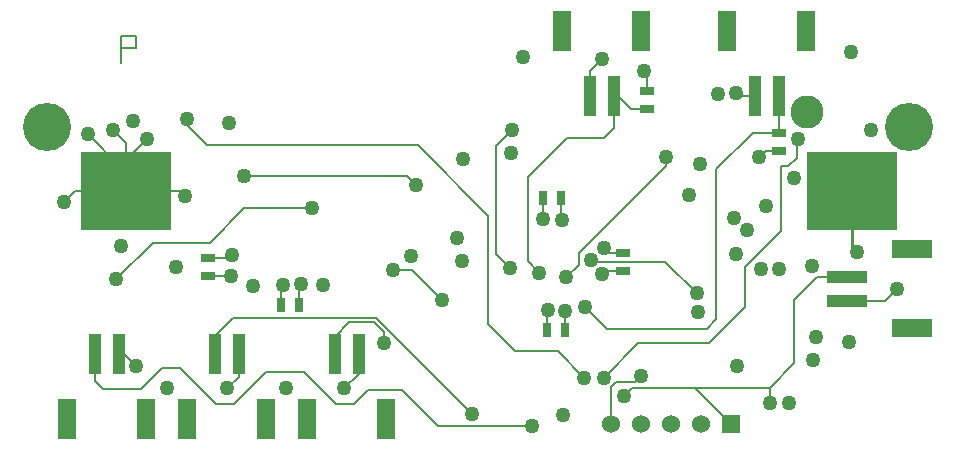
<source format=gbl>
G04 (created by PCBNEW-RS274X (2012-01-19 BZR 3256)-stable) date 5/26/2013 3:34:05 PM*
G01*
G70*
G90*
%MOIN*%
G04 Gerber Fmt 3.4, Leading zero omitted, Abs format*
%FSLAX34Y34*%
G04 APERTURE LIST*
%ADD10C,0.006000*%
%ADD11R,0.025000X0.045000*%
%ADD12R,0.045000X0.025000*%
%ADD13R,0.060000X0.060000*%
%ADD14C,0.060000*%
%ADD15R,0.039400X0.137800*%
%ADD16R,0.059100X0.133900*%
%ADD17R,0.137800X0.039400*%
%ADD18R,0.133900X0.059100*%
%ADD19C,0.160000*%
%ADD20R,0.300000X0.260000*%
%ADD21C,0.110000*%
%ADD22C,0.050000*%
%ADD23C,0.007000*%
%ADD24C,0.010000*%
G04 APERTURE END LIST*
G54D10*
G54D11*
X28260Y-20880D03*
X27660Y-20880D03*
X27528Y-16484D03*
X28128Y-16484D03*
G54D12*
X30224Y-18904D03*
X30224Y-18304D03*
X35400Y-14300D03*
X35400Y-14900D03*
X31000Y-13500D03*
X31000Y-12900D03*
G54D13*
X33800Y-24000D03*
G54D14*
X32800Y-24000D03*
X31800Y-24000D03*
X30800Y-24000D03*
X29800Y-24000D03*
G54D15*
X13394Y-21681D03*
X12606Y-21681D03*
G54D16*
X14319Y-23846D03*
X11681Y-23846D03*
G54D15*
X17394Y-21681D03*
X16606Y-21681D03*
G54D16*
X18319Y-23846D03*
X15681Y-23846D03*
G54D15*
X21394Y-21681D03*
X20606Y-21681D03*
G54D16*
X22319Y-23846D03*
X19681Y-23846D03*
G54D15*
X29106Y-13069D03*
X29894Y-13069D03*
G54D16*
X28181Y-10904D03*
X30819Y-10904D03*
G54D15*
X34606Y-13069D03*
X35394Y-13069D03*
G54D16*
X33681Y-10904D03*
X36319Y-10904D03*
G54D17*
X37681Y-19106D03*
X37681Y-19894D03*
G54D18*
X39846Y-18181D03*
X39846Y-20819D03*
G54D19*
X39750Y-14120D03*
X11000Y-14120D03*
G54D20*
X37850Y-16250D03*
X13650Y-16250D03*
G54D21*
X36350Y-13600D03*
G54D12*
X16360Y-18460D03*
X16360Y-19060D03*
G54D11*
X18820Y-20040D03*
X19420Y-20040D03*
G54D22*
X29560Y-22460D03*
X36040Y-14520D03*
X28940Y-20120D03*
X28320Y-19120D03*
X31640Y-15120D03*
X27420Y-18960D03*
X26500Y-14220D03*
X26440Y-18800D03*
X22540Y-18860D03*
X24180Y-19880D03*
X26480Y-14960D03*
X35920Y-15800D03*
X28180Y-17200D03*
X15320Y-18760D03*
X24880Y-15160D03*
X33980Y-18340D03*
X38460Y-14220D03*
X39340Y-19500D03*
X36520Y-18740D03*
X34740Y-15120D03*
X34000Y-22060D03*
X32420Y-16360D03*
X32700Y-20260D03*
X14340Y-14500D03*
X13460Y-18060D03*
X19460Y-19340D03*
X32760Y-15340D03*
X35400Y-18840D03*
X17140Y-19060D03*
X24840Y-18560D03*
X17060Y-13980D03*
X36640Y-21120D03*
X34980Y-16740D03*
X23140Y-18420D03*
X29580Y-18140D03*
X27700Y-20200D03*
X36540Y-21860D03*
X37740Y-21260D03*
X17860Y-19400D03*
X15620Y-16420D03*
X12360Y-14340D03*
X30900Y-12240D03*
X13220Y-14220D03*
X11580Y-16620D03*
X20200Y-19360D03*
X30800Y-22420D03*
X35100Y-23320D03*
X15660Y-13840D03*
X28920Y-22460D03*
X30240Y-23080D03*
X22240Y-21300D03*
X25180Y-23660D03*
X27180Y-24060D03*
X19840Y-16820D03*
X13320Y-19180D03*
X32660Y-19640D03*
X29140Y-18540D03*
X17580Y-15740D03*
X23320Y-16040D03*
X38020Y-18280D03*
X35740Y-23320D03*
X33980Y-12980D03*
X34800Y-18840D03*
X29500Y-11840D03*
X34340Y-17540D03*
X24680Y-17800D03*
X18880Y-19380D03*
X33900Y-17140D03*
X13980Y-22080D03*
X33360Y-13000D03*
X27540Y-17160D03*
X15000Y-22820D03*
X28200Y-23700D03*
X17180Y-18360D03*
X37820Y-11620D03*
X29520Y-19020D03*
X28280Y-20240D03*
X20920Y-22820D03*
X17000Y-22820D03*
X13860Y-13920D03*
X18960Y-22820D03*
X26860Y-11760D03*
G54D23*
X13481Y-11076D02*
X13981Y-11076D01*
X13481Y-11976D02*
X13481Y-11476D01*
X13981Y-11476D02*
X13481Y-11476D01*
X13981Y-11076D02*
X13981Y-11476D01*
X13481Y-11076D02*
X13481Y-11476D01*
X35460Y-17580D02*
X35460Y-15420D01*
X29560Y-22460D02*
X30720Y-21300D01*
X35460Y-15420D02*
X35720Y-15420D01*
X34260Y-18780D02*
X35460Y-17580D01*
X33080Y-21300D02*
X34260Y-20120D01*
X30720Y-21300D02*
X33080Y-21300D01*
X35720Y-15420D02*
X36000Y-15140D01*
X34260Y-20120D02*
X34260Y-18780D01*
X36000Y-14560D02*
X36040Y-14520D01*
X36000Y-15140D02*
X36000Y-14560D01*
X35394Y-13069D02*
X35394Y-14294D01*
X33320Y-15520D02*
X33320Y-20520D01*
X33320Y-20520D02*
X33000Y-20840D01*
X33000Y-20840D02*
X29660Y-20840D01*
X29660Y-20840D02*
X28940Y-20120D01*
X34540Y-14300D02*
X33320Y-15520D01*
X35394Y-14294D02*
X35400Y-14300D01*
X35400Y-14300D02*
X34540Y-14300D01*
X31640Y-15420D02*
X31640Y-15120D01*
X28740Y-18320D02*
X31640Y-15420D01*
X28740Y-18700D02*
X28740Y-18320D01*
X28320Y-19120D02*
X28740Y-18700D01*
X29560Y-14460D02*
X29894Y-14126D01*
X29894Y-13069D02*
X30029Y-13069D01*
X30460Y-13500D02*
X31000Y-13500D01*
X27040Y-18580D02*
X27040Y-15760D01*
X27040Y-15760D02*
X28340Y-14460D01*
X28340Y-14460D02*
X29560Y-14460D01*
X27420Y-18960D02*
X27040Y-18580D01*
X29894Y-14126D02*
X29894Y-13069D01*
X30029Y-13069D02*
X30460Y-13500D01*
X25980Y-18340D02*
X25980Y-14740D01*
X26440Y-18800D02*
X25980Y-18340D01*
X25980Y-14740D02*
X26500Y-14220D01*
X23160Y-18860D02*
X22540Y-18860D01*
X24180Y-19880D02*
X23160Y-18860D01*
X35400Y-14900D02*
X34960Y-14900D01*
X13650Y-16250D02*
X13650Y-15190D01*
X38946Y-19894D02*
X39340Y-19500D01*
X31000Y-12900D02*
X31000Y-12340D01*
X19420Y-19380D02*
X19460Y-19340D01*
X19420Y-20040D02*
X19420Y-19380D01*
X16360Y-19060D02*
X17140Y-19060D01*
X27660Y-20240D02*
X27660Y-20880D01*
X31000Y-12340D02*
X30900Y-12240D01*
X37681Y-19894D02*
X38946Y-19894D01*
X29744Y-18304D02*
X30224Y-18304D01*
X28128Y-17148D02*
X28180Y-17200D01*
X34960Y-14900D02*
X34740Y-15120D01*
X29744Y-18304D02*
X29580Y-18140D01*
X27660Y-20240D02*
X27700Y-20200D01*
X13650Y-16250D02*
X13650Y-14650D01*
X13650Y-16250D02*
X15450Y-16250D01*
X13650Y-15630D02*
X12360Y-14340D01*
X13650Y-15190D02*
X14340Y-14500D01*
X28128Y-17148D02*
X28128Y-16484D01*
X13650Y-16250D02*
X11950Y-16250D01*
X13650Y-16250D02*
X13650Y-15630D01*
X13650Y-14650D02*
X13220Y-14220D01*
X15450Y-16250D02*
X15620Y-16420D01*
X11950Y-16250D02*
X11580Y-16620D01*
X29960Y-22620D02*
X29800Y-22780D01*
X30800Y-22420D02*
X30600Y-22620D01*
X30600Y-22620D02*
X29960Y-22620D01*
X29800Y-22780D02*
X29800Y-24000D01*
X25720Y-17060D02*
X23380Y-14720D01*
X16340Y-14720D02*
X15660Y-14040D01*
X30240Y-23080D02*
X30520Y-22800D01*
X32600Y-22800D02*
X35100Y-22800D01*
X30520Y-22800D02*
X32600Y-22800D01*
X35100Y-22800D02*
X35920Y-21980D01*
X28040Y-21580D02*
X26620Y-21580D01*
X36674Y-19106D02*
X37681Y-19106D01*
X32600Y-22800D02*
X33800Y-24000D01*
X25720Y-20680D02*
X25720Y-17060D01*
X35920Y-21980D02*
X35920Y-19860D01*
X15660Y-14040D02*
X15660Y-13840D01*
X35920Y-19860D02*
X36674Y-19106D01*
X23380Y-14720D02*
X16600Y-14720D01*
X16600Y-14720D02*
X16340Y-14720D01*
X35100Y-22800D02*
X35100Y-23320D01*
X28920Y-22460D02*
X28040Y-21580D01*
X26620Y-21580D02*
X25720Y-20680D01*
X20606Y-21681D02*
X20606Y-21094D01*
X22240Y-20934D02*
X22240Y-21300D01*
X21918Y-20612D02*
X22240Y-20934D01*
X21088Y-20612D02*
X21918Y-20612D01*
X20606Y-21094D02*
X21088Y-20612D01*
X16606Y-21681D02*
X16606Y-21074D01*
X17220Y-20460D02*
X21980Y-20460D01*
X21980Y-20460D02*
X25180Y-23660D01*
X16606Y-21074D02*
X17220Y-20460D01*
X22840Y-22860D02*
X24040Y-24060D01*
X20640Y-23340D02*
X21240Y-23340D01*
X21720Y-22860D02*
X22840Y-22860D01*
X21240Y-23340D02*
X21720Y-22860D01*
X17240Y-23340D02*
X18320Y-22260D01*
X24040Y-24060D02*
X27180Y-24060D01*
X12606Y-21681D02*
X12606Y-22566D01*
X19560Y-22260D02*
X20640Y-23340D01*
X12606Y-22566D02*
X12880Y-22840D01*
X12880Y-22840D02*
X14140Y-22840D01*
X14140Y-22840D02*
X14840Y-22140D01*
X14840Y-22140D02*
X15440Y-22140D01*
X16640Y-23340D02*
X17240Y-23340D01*
X18320Y-22260D02*
X19560Y-22260D01*
X15440Y-22140D02*
X16640Y-23340D01*
X17580Y-16820D02*
X19840Y-16820D01*
X16440Y-17960D02*
X17580Y-16820D01*
X14540Y-17960D02*
X16440Y-17960D01*
X13320Y-19180D02*
X14540Y-17960D01*
X29200Y-18600D02*
X31620Y-18600D01*
X29140Y-18540D02*
X29200Y-18600D01*
X31620Y-18600D02*
X32660Y-19640D01*
X23320Y-16040D02*
X23020Y-15740D01*
X23020Y-15740D02*
X17580Y-15740D01*
G54D24*
X37850Y-16250D02*
X37850Y-18110D01*
X37850Y-18110D02*
X38020Y-18280D01*
G54D23*
X34606Y-13069D02*
X34069Y-13069D01*
X28260Y-20260D02*
X28280Y-20240D01*
X18820Y-19440D02*
X18880Y-19380D01*
X13581Y-21681D02*
X13980Y-22080D01*
X29106Y-13069D02*
X29106Y-12234D01*
X34069Y-13069D02*
X33980Y-12980D01*
X16360Y-18460D02*
X17080Y-18460D01*
X17394Y-21681D02*
X17394Y-22426D01*
X29636Y-18904D02*
X30224Y-18904D01*
X29636Y-18904D02*
X29520Y-19020D01*
X27528Y-17148D02*
X27540Y-17160D01*
X27528Y-17148D02*
X27528Y-16484D01*
X21394Y-22346D02*
X20920Y-22820D01*
X28260Y-20880D02*
X28260Y-20260D01*
X17394Y-22426D02*
X17000Y-22820D01*
X21394Y-21681D02*
X21394Y-22346D01*
X13394Y-21681D02*
X13581Y-21681D01*
X29106Y-12234D02*
X29500Y-11840D01*
X17080Y-18460D02*
X17180Y-18360D01*
X18820Y-20040D02*
X18820Y-19440D01*
M02*

</source>
